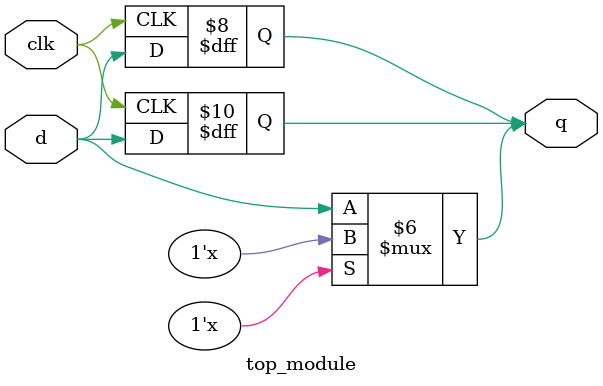
<source format=sv>
module top_module(
    input clk,
    input d,
    output reg q
);

reg q_neg;

always @(posedge clk) begin
    q <= d;
    q_neg <= q;
end

always @(negedge clk) begin
    q <= d;
    q_neg <= q;
end

always @(*) begin
    if (q != q_neg)
        q = q;
    else
        q = d;
end

endmodule

</source>
